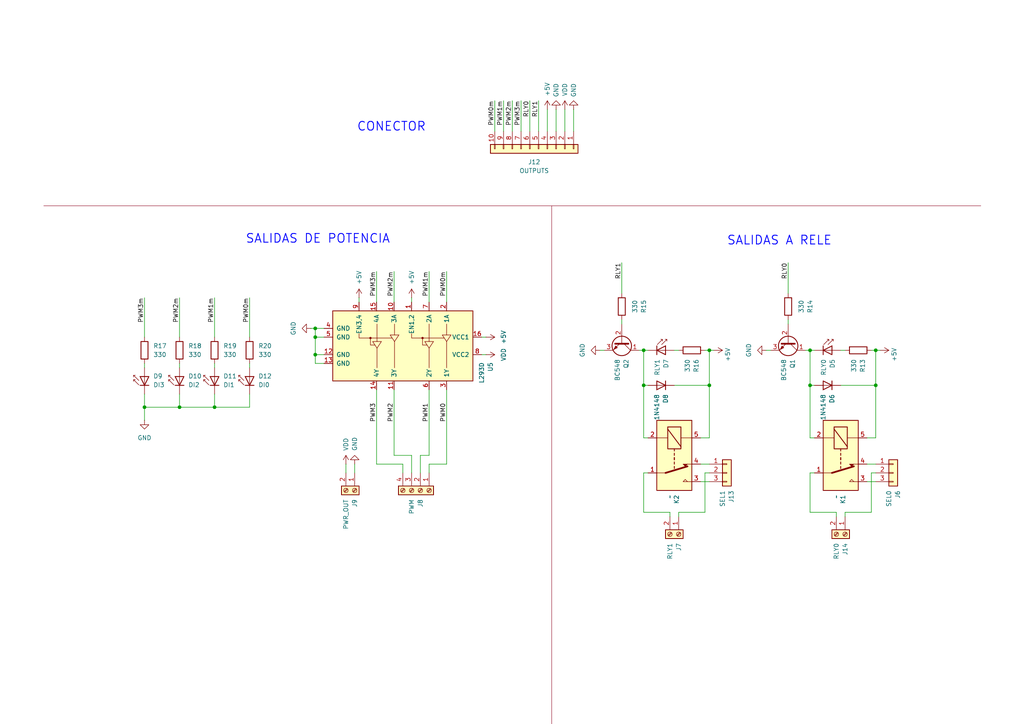
<source format=kicad_sch>
(kicad_sch (version 20250114) (generator "eeschema") (generator_version "9.0")
  (paper "A4")
  (lib_symbols
    (symbol "Codigo_lib:Relay"
      (property "Reference" "K" (at -1.016 -9.906 0))
      (symbol "Relay_0_0"
        (polyline (pts (xy 2.54 3.81) (xy 2.54 5.08)))
        (polyline (pts (xy 7.62 3.81) (xy 7.62 5.08)))
        (polyline (pts (xy 7.62 3.81) (xy 7.62 2.54) (xy 6.985 3.175) (xy 7.62 3.81)))
      )
      (symbol "Relay_0_1"
        (rectangle (start -10.16 5.08) (end 10.16 -5.08) (stroke (width 0.254)) (fill (type background)))
        (rectangle (start -8.255 1.905) (end -1.905 -1.905) (stroke (width 0.254)))
        (polyline (pts (xy -7.62 -1.905) (xy -2.54 1.905)) (stroke (width 0.254)))
        (polyline (pts (xy -5.08 5.08) (xy -5.08 1.905)))
        (polyline (pts (xy -5.08 -5.08) (xy -5.08 -1.905)))
        (polyline (pts (xy -1.905 0) (xy -1.27 0)) (stroke (width 0.254)))
        (polyline (pts (xy -0.635 0) (xy 0 0)) (stroke (width 0.254)))
        (polyline (pts (xy 0.635 0) (xy 1.27 0)) (stroke (width 0.254)))
        (polyline (pts (xy 0.635 0) (xy 1.27 0)) (stroke (width 0.254)))
        (polyline (pts (xy 1.905 0) (xy 2.54 0)) (stroke (width 0.254)))
        (polyline (pts (xy 2.54 2.54) (xy 2.54 3.81) (xy 2.54 2.54) (xy 2.54 2.54) (xy 3.175 3.175) (xy 2.54 3.81)) (fill (type outline)))
        (polyline (pts (xy 3.175 0) (xy 3.81 0)) (stroke (width 0.254)))
        (polyline (pts (xy 5.08 -2.54) (xy 3.175 3.81)) (stroke (width 0.508)))
        (polyline (pts (xy 5.08 -2.54) (xy 5.08 -5.08)))
      )
      (symbol "Relay_1_1"
        (pin passive line (at -5.08 7.62 270) (length 2.54) (name "~") (number "5"))
        (pin passive line (at -5.08 -7.62 90) (length 2.54) (name "~") (number "2"))
        (pin passive line (at 2.54 7.62 270) (length 2.54) (name "~") (number "4"))
        (pin passive line (at 5.08 -7.62 90) (length 2.54) (name "~") (number "1"))
        (pin passive line (at 7.62 7.62 270) (length 2.54) (name "~") (number "3"))
      )
    )
    (symbol "Connector:Screw_Terminal_01x02" (pin_names (offset 1.016) (hide yes))
      (property "Reference" "J" (at 0 2.54 0))
      (property "Value" "Screw_Terminal_01x02" (at 0 -5.08 0))
      (symbol "Screw_Terminal_01x02_1_1"
        (rectangle (start -1.27 1.27) (end 1.27 -3.81) (stroke (width 0.254)) (fill (type background)))
        (polyline (pts (xy -0.5334 0.3302) (xy 0.3302 -0.508)) (stroke (width 0.1524)))
        (polyline (pts (xy -0.5334 -2.2098) (xy 0.3302 -3.048)) (stroke (width 0.1524)))
        (polyline (pts (xy -0.3556 0.508) (xy 0.508 -0.3302)) (stroke (width 0.1524)))
        (polyline (pts (xy -0.3556 -2.032) (xy 0.508 -2.8702)) (stroke (width 0.1524)))
        (circle (center 0 0) (radius 0.635) (stroke (width 0.1524)))
        (circle (center 0 -2.54) (radius 0.635) (stroke (width 0.1524)))
        (pin passive line (at -5.08 0 0) (length 3.81) (name "Pin_1") (number "1"))
        (pin passive line (at -5.08 -2.54 0) (length 3.81) (name "Pin_2") (number "2"))
      )
    )
    (symbol "Connector:Screw_Terminal_01x04" (pin_names (offset 1.016) (hide yes))
      (property "Reference" "J" (at 0 5.08 0))
      (property "Value" "Screw_Terminal_01x04" (at 0 -7.62 0))
      (symbol "Screw_Terminal_01x04_1_1"
        (rectangle (start -1.27 3.81) (end 1.27 -6.35) (stroke (width 0.254)) (fill (type background)))
        (polyline (pts (xy -0.5334 2.8702) (xy 0.3302 2.032)) (stroke (width 0.1524)))
        (polyline (pts (xy -0.5334 0.3302) (xy 0.3302 -0.508)) (stroke (width 0.1524)))
        (polyline (pts (xy -0.5334 -2.2098) (xy 0.3302 -3.048)) (stroke (width 0.1524)))
        (polyline (pts (xy -0.5334 -4.7498) (xy 0.3302 -5.588)) (stroke (width 0.1524)))
        (polyline (pts (xy -0.3556 3.048) (xy 0.508 2.2098)) (stroke (width 0.1524)))
        (polyline (pts (xy -0.3556 0.508) (xy 0.508 -0.3302)) (stroke (width 0.1524)))
        (polyline (pts (xy -0.3556 -2.032) (xy 0.508 -2.8702)) (stroke (width 0.1524)))
        (polyline (pts (xy -0.3556 -4.572) (xy 0.508 -5.4102)) (stroke (width 0.1524)))
        (circle (center 0 2.54) (radius 0.635) (stroke (width 0.1524)))
        (circle (center 0 0) (radius 0.635) (stroke (width 0.1524)))
        (circle (center 0 -2.54) (radius 0.635) (stroke (width 0.1524)))
        (circle (center 0 -5.08) (radius 0.635) (stroke (width 0.1524)))
        (pin passive line (at -5.08 2.54 0) (length 3.81) (name "Pin_1") (number "1"))
        (pin passive line (at -5.08 0 0) (length 3.81) (name "Pin_2") (number "2"))
        (pin passive line (at -5.08 -2.54 0) (length 3.81) (name "Pin_3") (number "3"))
        (pin passive line (at -5.08 -5.08 0) (length 3.81) (name "Pin_4") (number "4"))
      )
    )
    (symbol "Connector_Generic:Conn_01x03" (pin_names (offset 1.016) (hide yes))
      (property "Reference" "J" (at 0 5.08 0))
      (property "Value" "Conn_01x03" (at 0 -5.08 0))
      (symbol "Conn_01x03_1_1"
        (rectangle (start -1.27 3.81) (end 1.27 -3.81) (stroke (width 0.254)) (fill (type background)))
        (rectangle (start -1.27 2.667) (end 0 2.413) (stroke (width 0.1524)))
        (rectangle (start -1.27 0.127) (end 0 -0.127) (stroke (width 0.1524)))
        (rectangle (start -1.27 -2.413) (end 0 -2.667) (stroke (width 0.1524)))
        (pin passive line (at -5.08 2.54 0) (length 3.81) (name "Pin_1") (number "1"))
        (pin passive line (at -5.08 0 0) (length 3.81) (name "Pin_2") (number "2"))
        (pin passive line (at -5.08 -2.54 0) (length 3.81) (name "Pin_3") (number "3"))
      )
    )
    (symbol "Connector_Generic:Conn_01x10" (pin_names (offset 1.016) (hide yes))
      (property "Reference" "J" (at 0 12.7 0))
      (property "Value" "Conn_01x10" (at 0 -15.24 0))
      (symbol "Conn_01x10_1_1"
        (rectangle (start -1.27 11.43) (end 1.27 -13.97) (stroke (width 0.254)) (fill (type background)))
        (rectangle (start -1.27 10.287) (end 0 10.033) (stroke (width 0.1524)))
        (rectangle (start -1.27 7.747) (end 0 7.493) (stroke (width 0.1524)))
        (rectangle (start -1.27 5.207) (end 0 4.953) (stroke (width 0.1524)))
        (rectangle (start -1.27 2.667) (end 0 2.413) (stroke (width 0.1524)))
        (rectangle (start -1.27 0.127) (end 0 -0.127) (stroke (width 0.1524)))
        (rectangle (start -1.27 -2.413) (end 0 -2.667) (stroke (width 0.1524)))
        (rectangle (start -1.27 -4.953) (end 0 -5.207) (stroke (width 0.1524)))
        (rectangle (start -1.27 -7.493) (end 0 -7.747) (stroke (width 0.1524)))
        (rectangle (start -1.27 -10.033) (end 0 -10.287) (stroke (width 0.1524)))
        (rectangle (start -1.27 -12.573) (end 0 -12.827) (stroke (width 0.1524)))
        (pin passive line (at -5.08 10.16 0) (length 3.81) (name "Pin_1") (number "1"))
        (pin passive line (at -5.08 7.62 0) (length 3.81) (name "Pin_2") (number "2"))
        (pin passive line (at -5.08 5.08 0) (length 3.81) (name "Pin_3") (number "3"))
        (pin passive line (at -5.08 2.54 0) (length 3.81) (name "Pin_4") (number "4"))
        (pin passive line (at -5.08 0 0) (length 3.81) (name "Pin_5") (number "5"))
        (pin passive line (at -5.08 -2.54 0) (length 3.81) (name "Pin_6") (number "6"))
        (pin passive line (at -5.08 -5.08 0) (length 3.81) (name "Pin_7") (number "7"))
        (pin passive line (at -5.08 -7.62 0) (length 3.81) (name "Pin_8") (number "8"))
        (pin passive line (at -5.08 -10.16 0) (length 3.81) (name "Pin_9") (number "9"))
        (pin passive line (at -5.08 -12.7 0) (length 3.81) (name "Pin_10") (number "10"))
      )
    )
    (symbol "Device:R" (pin_numbers (hide yes)) (pin_names (offset 0))
      (property "Reference" "R" (at 2.032 0 90))
      (property "Value" "R" (at 0 0 90))
      (symbol "R_0_1"
        (rectangle (start -1.016 -2.54) (end 1.016 2.54) (stroke (width 0.254)))
      )
      (symbol "R_1_1"
        (pin passive line (at 0 3.81 270) (length 1.27) (name "~") (number "1"))
        (pin passive line (at 0 -3.81 90) (length 1.27) (name "~") (number "2"))
      )
    )
    (symbol "Diode:1N4148" (pin_numbers (hide yes)) (pin_names (hide yes))
      (property "Reference" "D" (at 0 2.54 0))
      (property "Value" "1N4148" (at 0 -2.54 0))
      (symbol "1N4148_0_1"
        (polyline (pts (xy -1.27 1.27) (xy -1.27 -1.27)) (stroke (width 0.254)))
        (polyline (pts (xy 1.27 1.27) (xy 1.27 -1.27) (xy -1.27 0) (xy 1.27 1.27)) (stroke (width 0.254)))
        (polyline (pts (xy 1.27 0) (xy -1.27 0)))
      )
      (symbol "1N4148_1_1"
        (pin passive line (at -3.81 0 0) (length 2.54) (name "K") (number "1"))
        (pin passive line (at 3.81 0 180) (length 2.54) (name "A") (number "2"))
      )
    )
    (symbol "Driver_Motor:L293D" (pin_names (offset 1.016))
      (property "Reference" "U" (at -5.08 26.035 0))
      (property "Value" "L293D" (at -5.08 24.13 0))
      (symbol "L293D_0_1"
        (rectangle (start -10.16 22.86) (end 10.16 -17.78) (stroke (width 0.254)) (fill (type background)))
        (polyline (pts (xy -6.35 15.24) (xy -3.175 15.24)))
        (polyline (pts (xy -6.35 10.16) (xy -1.27 10.16)))
        (polyline (pts (xy -6.35 0.127) (xy -3.175 0.127)))
        (polyline (pts (xy -6.35 -4.953) (xy -1.27 -4.953)))
        (polyline (pts (xy -3.175 16.51) (xy -3.175 13.97) (xy -1.27 15.24) (xy -3.175 16.51)))
        (polyline (pts (xy -3.175 1.397) (xy -3.175 -1.143) (xy -1.27 0.127) (xy -3.175 1.397)))
        (polyline (pts (xy -2.286 14.478) (xy -2.286 5.08) (xy -3.556 5.08)))
        (circle (center -2.286 8.255) (radius 0.254) (fill (type outline)))
        (polyline (pts (xy -2.286 8.255) (xy -0.254 8.255) (xy -0.254 9.525)))
        (polyline (pts (xy -2.286 -0.635) (xy -2.286 -10.16) (xy -3.556 -10.16)))
        (circle (center -2.286 -6.858) (radius 0.254) (fill (type outline)))
        (polyline (pts (xy -2.286 -6.858) (xy -0.254 -6.858) (xy -0.254 -5.588)))
        (polyline (pts (xy -1.27 15.24) (xy 6.35 15.24)))
        (polyline (pts (xy -1.27 11.43) (xy -1.27 8.89) (xy 0.635 10.16) (xy -1.27 11.43)))
        (polyline (pts (xy -1.27 0.127) (xy 6.35 0.127)))
        (polyline (pts (xy -1.27 -3.683) (xy -1.27 -6.223) (xy 0.635 -4.953) (xy -1.27 -3.683)))
        (polyline (pts (xy 0.635 10.16) (xy 6.35 10.16)))
        (polyline (pts (xy 0.635 -4.953) (xy 6.35 -4.953)))
      )
      (symbol "L293D_1_1"
        (pin input line (at -12.7 15.24 0) (length 2.54) (name "1A") (number "2"))
        (pin input line (at -12.7 10.16 0) (length 2.54) (name "2A") (number "7"))
        (pin input line (at -12.7 5.08 0) (length 2.54) (name "EN1,2") (number "1"))
        (pin input line (at -12.7 0 0) (length 2.54) (name "3A") (number "10"))
        (pin input line (at -12.7 -5.08 0) (length 2.54) (name "4A") (number "15"))
        (pin input line (at -12.7 -10.16 0) (length 2.54) (name "EN3,4") (number "9"))
        (pin power_in line (at -5.08 -20.32 90) (length 2.54) (name "GND") (number "4"))
        (pin power_in line (at -2.54 25.4 270) (length 2.54) (name "VCC1") (number "16"))
        (pin power_in line (at -2.54 -20.32 90) (length 2.54) (name "GND") (number "5"))
        (pin power_in line (at 2.54 25.4 270) (length 2.54) (name "VCC2") (number "8"))
        (pin power_in line (at 2.54 -20.32 90) (length 2.54) (name "GND") (number "12"))
        (pin power_in line (at 5.08 -20.32 90) (length 2.54) (name "GND") (number "13"))
        (pin output line (at 12.7 15.24 180) (length 2.54) (name "1Y") (number "3"))
        (pin output line (at 12.7 10.16 180) (length 2.54) (name "2Y") (number "6"))
        (pin output line (at 12.7 0 180) (length 2.54) (name "3Y") (number "11"))
        (pin output line (at 12.7 -5.08 180) (length 2.54) (name "4Y") (number "14"))
      )
    )
    (symbol "LED:IR204A" (pin_numbers (hide yes)) (pin_names (offset 1.016) (hide yes))
      (property "Reference" "D" (at 0.508 1.778 0))
      (property "Value" "IR204A" (at -1.016 -2.794 0))
      (symbol "IR204A_0_1"
        (polyline (pts (xy -2.54 1.27) (xy -2.54 -1.27)) (stroke (width 0.254)))
        (polyline (pts (xy -2.413 1.651) (xy -0.889 3.175) (xy -0.889 2.667) (xy -0.889 3.175) (xy -1.397 3.175)))
        (polyline (pts (xy -1.143 1.651) (xy 0.381 3.175) (xy 0.381 2.667)))
        (polyline (pts (xy 0 1.27) (xy -2.54 0) (xy 0 -1.27) (xy 0 1.27)) (stroke (width 0.254)))
        (polyline (pts (xy 0 0) (xy -2.54 0)))
        (polyline (pts (xy 0.381 3.175) (xy -0.127 3.175)))
      )
      (symbol "IR204A_1_1"
        (pin passive line (at -5.08 0 0) (length 2.54) (name "K") (number "1"))
        (pin passive line (at 2.54 0 180) (length 2.54) (name "A") (number "2"))
      )
    )
    (symbol "Transistor_BJT:BC548" (pin_names (offset 0) (hide yes))
      (property "Reference" "Q" (at 5.08 1.905 0))
      (property "Value" "BC548" (at 5.08 0 0))
      (symbol "BC548_0_1"
        (polyline (pts (xy 0 0) (xy 0.635 0)))
        (polyline (pts (xy 0.635 1.905) (xy 0.635 -1.905) (xy 0.635 -1.905)) (stroke (width 0.508)))
        (polyline (pts (xy 0.635 0.635) (xy 2.54 2.54)))
        (polyline (pts (xy 0.635 -0.635) (xy 2.54 -2.54) (xy 2.54 -2.54)))
        (circle (center 1.27 0) (radius 2.8194) (stroke (width 0.254)))
        (polyline (pts (xy 1.27 -1.778) (xy 1.778 -1.27) (xy 2.286 -2.286) (xy 1.27 -1.778) (xy 1.27 -1.778)) (fill (type outline)))
      )
      (symbol "BC548_1_1"
        (pin input line (at -5.08 0 0) (length 5.08) (name "B") (number "2"))
        (pin passive line (at 2.54 5.08 270) (length 2.54) (name "C") (number "1"))
        (pin passive line (at 2.54 -5.08 90) (length 2.54) (name "E") (number "3"))
      )
    )
    (symbol "power:+5V" (power) (pin_numbers (hide yes)) (pin_names (offset 0) (hide yes))
      (property "Value" "+5V" (at 0 3.556 0))
      (symbol "+5V_0_1"
        (polyline (pts (xy -0.762 1.27) (xy 0 2.54)))
        (polyline (pts (xy 0 2.54) (xy 0.762 1.27)))
        (polyline (pts (xy 0 0) (xy 0 2.54)))
      )
      (symbol "+5V_1_1"
        (pin power_in line (at 0 0 90) (length 0) (name "~") (number "1"))
      )
    )
    (symbol "power:GND" (power) (pin_numbers (hide yes)) (pin_names (offset 0) (hide yes))
      (property "Value" "GND" (at 0 -3.81 0))
      (symbol "GND_0_1"
        (polyline (pts (xy 0 0) (xy 0 -1.27) (xy 1.27 -1.27) (xy 0 -2.54) (xy -1.27 -1.27) (xy 0 -1.27)))
      )
      (symbol "GND_1_1"
        (pin power_in line (at 0 0 270) (length 0) (name "~") (number "1"))
      )
    )
    (symbol "power:VDD" (power) (pin_numbers (hide yes)) (pin_names (offset 0) (hide yes))
      (property "Value" "VDD" (at 0 3.556 0))
      (symbol "VDD_0_1"
        (polyline (pts (xy -0.762 1.27) (xy 0 2.54)))
        (polyline (pts (xy 0 2.54) (xy 0.762 1.27)))
        (polyline (pts (xy 0 0) (xy 0 2.54)))
      )
      (symbol "VDD_1_1"
        (pin power_in line (at 0 0 90) (length 0) (name "~") (number "1"))
      )
    )
  )
  (text "SALIDAS DE POTENCIA" (at 92.202 69.342 0) (effects (font (size 2.54 2.54) (thickness 0.254) (bold yes))))
  (text "SALIDAS A RELE" (at 226.06 69.85 0) (effects (font (size 2.54 2.54) (thickness 0.254) (bold yes))))
  (text "CONECTOR" (at 113.538 36.83 0) (effects (font (size 2.54 2.54) (thickness 0.254) (bold yes))))
  (junction (at 205.74 101.6))
  (junction (at 234.95 111.76))
  (junction (at 52.07 118.11))
  (junction (at 186.69 101.6))
  (junction (at 205.74 111.76))
  (junction (at 254 111.76))
  (junction (at 254 101.6))
  (junction (at 91.44 102.87))
  (junction (at 41.91 118.11))
  (junction (at 234.95 101.6))
  (junction (at 91.44 97.79))
  (junction (at 62.23 118.11))
  (junction (at 91.44 95.25))
  (junction (at 186.69 111.76))
  (wire (pts (xy 254 139.7) (xy 251.46 139.7)))
  (wire (pts (xy 236.22 101.6) (xy 234.95 101.6)))
  (wire (pts (xy 140.97 97.79) (xy 139.7 97.79)))
  (wire (pts (xy 72.39 114.3) (xy 72.39 118.11)))
  (wire (pts (xy 93.98 97.79) (xy 91.44 97.79)))
  (wire (pts (xy 104.14 86.36) (xy 104.14 87.63)))
  (wire (pts (xy 187.96 111.76) (xy 186.69 111.76)))
  (wire (pts (xy 116.84 134.62) (xy 116.84 137.16)))
  (wire (pts (xy 205.74 111.76) (xy 205.74 127)))
  (wire (pts (xy 180.34 92.71) (xy 180.34 93.98)))
  (wire (pts (xy 119.38 86.36) (xy 119.38 87.63)))
  (wire (pts (xy 254 137.16) (xy 252.73 137.16)))
  (wire (pts (xy 91.44 95.25) (xy 93.98 95.25)))
  (wire (pts (xy 140.97 102.87) (xy 139.7 102.87)))
  (wire (pts (xy 186.69 101.6) (xy 185.42 101.6)))
  (wire (pts (xy 100.33 134.62) (xy 100.33 137.16)))
  (wire (pts (xy 254 111.76) (xy 254 127)))
  (wire (pts (xy 204.47 137.16) (xy 204.47 148.59)))
  (wire (pts (xy 205.74 137.16) (xy 204.47 137.16)))
  (wire (pts (xy 205.74 139.7) (xy 203.2 139.7)))
  (wire (pts (xy 148.59 38.1) (xy 148.59 29.21)))
  (wire (pts (xy 205.74 101.6) (xy 204.47 101.6)))
  (wire (pts (xy 72.39 105.41) (xy 72.39 106.68)))
  (wire (pts (xy 156.21 38.1) (xy 156.21 29.21)))
  (wire (pts (xy 119.38 132.08) (xy 114.3 132.08)))
  (wire (pts (xy 245.11 101.6) (xy 243.84 101.6)))
  (polyline (pts (xy 284.48 59.69) (xy 12.7 59.69)) (stroke (width 0) (color 163 50 72 1)))
  (wire (pts (xy 161.29 38.1) (xy 161.29 31.75)))
  (wire (pts (xy 251.46 127) (xy 254 127)))
  (wire (pts (xy 194.31 148.59) (xy 186.69 148.59)))
  (wire (pts (xy 124.46 132.08) (xy 121.92 132.08)))
  (wire (pts (xy 52.07 105.41) (xy 52.07 106.68)))
  (wire (pts (xy 91.44 97.79) (xy 91.44 102.87)))
  (wire (pts (xy 243.84 111.76) (xy 254 111.76)))
  (wire (pts (xy 254 134.62) (xy 251.46 134.62)))
  (wire (pts (xy 252.73 148.59) (xy 252.73 137.16)))
  (wire (pts (xy 205.74 111.76) (xy 205.74 101.6)))
  (wire (pts (xy 91.44 102.87) (xy 91.44 105.41)))
  (wire (pts (xy 91.44 95.25) (xy 91.44 97.79)))
  (wire (pts (xy 41.91 86.36) (xy 41.91 97.79)))
  (wire (pts (xy 234.95 127) (xy 236.22 127)))
  (wire (pts (xy 121.92 132.08) (xy 121.92 137.16)))
  (wire (pts (xy 93.98 102.87) (xy 91.44 102.87)))
  (wire (pts (xy 204.47 148.59) (xy 196.85 148.59)))
  (wire (pts (xy 124.46 113.03) (xy 124.46 132.08)))
  (wire (pts (xy 72.39 86.36) (xy 72.39 97.79)))
  (wire (pts (xy 207.01 101.6) (xy 205.74 101.6)))
  (wire (pts (xy 114.3 78.74) (xy 114.3 87.63)))
  (wire (pts (xy 228.6 76.2) (xy 228.6 85.09)))
  (wire (pts (xy 196.85 148.59) (xy 196.85 149.86)))
  (wire (pts (xy 186.69 148.59) (xy 186.69 137.16)))
  (wire (pts (xy 124.46 78.74) (xy 124.46 87.63)))
  (wire (pts (xy 129.54 113.03) (xy 129.54 134.62)))
  (wire (pts (xy 254 111.76) (xy 254 101.6)))
  (wire (pts (xy 186.69 127) (xy 186.69 111.76)))
  (wire (pts (xy 245.11 149.86) (xy 245.11 148.59)))
  (polyline (pts (xy 160.02 59.69) (xy 160.02 212.09)) (stroke (width 0) (color 163 50 72 1)))
  (wire (pts (xy 228.6 92.71) (xy 228.6 93.98)))
  (wire (pts (xy 175.26 101.6) (xy 173.99 101.6)))
  (wire (pts (xy 242.57 148.59) (xy 242.57 149.86)))
  (wire (pts (xy 41.91 118.11) (xy 52.07 118.11)))
  (wire (pts (xy 205.74 134.62) (xy 203.2 134.62)))
  (wire (pts (xy 194.31 149.86) (xy 194.31 148.59)))
  (wire (pts (xy 186.69 101.6) (xy 186.69 111.76)))
  (wire (pts (xy 234.95 148.59) (xy 234.95 137.16)))
  (wire (pts (xy 62.23 105.41) (xy 62.23 106.68)))
  (wire (pts (xy 62.23 118.11) (xy 72.39 118.11)))
  (wire (pts (xy 254 101.6) (xy 252.73 101.6)))
  (wire (pts (xy 109.22 134.62) (xy 116.84 134.62)))
  (wire (pts (xy 41.91 105.41) (xy 41.91 106.68)))
  (wire (pts (xy 223.52 101.6) (xy 222.25 101.6)))
  (wire (pts (xy 41.91 118.11) (xy 41.91 121.92)))
  (wire (pts (xy 187.96 137.16) (xy 186.69 137.16)))
  (wire (pts (xy 52.07 86.36) (xy 52.07 97.79)))
  (wire (pts (xy 236.22 111.76) (xy 234.95 111.76)))
  (wire (pts (xy 187.96 127) (xy 186.69 127)))
  (wire (pts (xy 114.3 113.03) (xy 114.3 132.08)))
  (wire (pts (xy 143.51 38.1) (xy 143.51 29.21)))
  (wire (pts (xy 245.11 148.59) (xy 252.73 148.59)))
  (wire (pts (xy 180.34 76.2) (xy 180.34 85.09)))
  (wire (pts (xy 41.91 114.3) (xy 41.91 118.11)))
  (wire (pts (xy 166.37 38.1) (xy 166.37 31.75)))
  (wire (pts (xy 151.13 38.1) (xy 151.13 29.21)))
  (wire (pts (xy 62.23 114.3) (xy 62.23 118.11)))
  (wire (pts (xy 109.22 78.74) (xy 109.22 87.63)))
  (wire (pts (xy 195.58 111.76) (xy 205.74 111.76)))
  (wire (pts (xy 187.96 101.6) (xy 186.69 101.6)))
  (wire (pts (xy 119.38 137.16) (xy 119.38 132.08)))
  (wire (pts (xy 153.67 38.1) (xy 153.67 29.21)))
  (wire (pts (xy 146.05 38.1) (xy 146.05 29.21)))
  (wire (pts (xy 62.23 86.36) (xy 62.23 97.79)))
  (wire (pts (xy 129.54 78.74) (xy 129.54 87.63)))
  (wire (pts (xy 109.22 113.03) (xy 109.22 134.62)))
  (wire (pts (xy 124.46 134.62) (xy 129.54 134.62)))
  (wire (pts (xy 124.46 137.16) (xy 124.46 134.62)))
  (wire (pts (xy 163.83 38.1) (xy 163.83 31.75)))
  (wire (pts (xy 52.07 118.11) (xy 62.23 118.11)))
  (wire (pts (xy 242.57 148.59) (xy 234.95 148.59)))
  (wire (pts (xy 93.98 105.41) (xy 91.44 105.41)))
  (wire (pts (xy 158.75 38.1) (xy 158.75 31.75)))
  (wire (pts (xy 102.87 134.62) (xy 102.87 137.16)))
  (wire (pts (xy 234.95 101.6) (xy 234.95 111.76)))
  (wire (pts (xy 203.2 127) (xy 205.74 127)))
  (wire (pts (xy 234.95 111.76) (xy 234.95 127)))
  (wire (pts (xy 196.85 101.6) (xy 195.58 101.6)))
  (wire (pts (xy 233.68 101.6) (xy 234.95 101.6)))
  (wire (pts (xy 255.27 101.6) (xy 254 101.6)))
  (wire (pts (xy 90.17 95.25) (xy 91.44 95.25)))
  (wire (pts (xy 52.07 114.3) (xy 52.07 118.11)))
  (wire (pts (xy 236.22 137.16) (xy 234.95 137.16)))
  (label "PWM2m" (at 114.3 78.74 270))
  (label "RLY1" (at 156.21 29.21 270))
  (label "PWM1" (at 124.46 116.84 270))
  (label "PWM1m" (at 146.05 29.21 270))
  (label "PWM2m" (at 52.07 86.36 270))
  (label "RLY0" (at 153.67 29.21 270))
  (label "PWM0m" (at 129.54 78.74 270))
  (label "PWM0m" (at 143.51 29.21 270))
  (label "PWM3m" (at 109.22 78.74 270))
  (label "PWM3m" (at 41.91 86.36 270))
  (label "PWM2" (at 114.3 116.84 270))
  (label "PWM0m" (at 72.39 86.36 270))
  (label "PWM2m" (at 148.59 29.21 270))
  (label "PWM1m" (at 62.23 86.36 270))
  (label "RLY0" (at 228.6 76.2 270))
  (label "PWM0" (at 129.54 116.84 270))
  (label "PWM1m" (at 124.46 78.74 270))
  (label "PWM3m" (at 151.13 29.21 270))
  (label "RLY1" (at 180.34 76.2 270))
  (label "PWM3" (at 109.22 116.84 270))
  (symbol (lib_id "power:+5V") (at 119.38 86.36 0) (unit 1)
    (property "Reference" "#PWR034" (effects (hide yes)))
    (property "Value" "+5V" (at 119.3801 82.55 90) (effects (justify left)))
    (property "Description" "Power symbol creates a global label with name \"+5V\"" (effects (hide yes)))
  )
  (symbol (lib_id "Connector:Screw_Terminal_01x02") (at 196.85 154.94 270) (unit 1)
    (property "Reference" "J7" (at 196.8501 157.48 0) (effects (justify left)))
    (property "Value" "RLY1" (at 194.3101 157.48 0) (effects (justify left)))
    (property "Footprint" "Borneras:TerminalBlock_Altech_AK300-2_P5.00mm" (effects (hide yes)))
    (property "Description" "Generic screw terminal, single row, 01x02, script generated (kicad-library-utils/schlib/autogen/connector/)" (effects (hide yes)))
  )
  (symbol (lib_id "LED:IR204A") (at 241.3 101.6 0) (unit 1)
    (property "Reference" "D5" (at 241.4271 104.14 90) (effects (justify right)))
    (property "Value" "RLY0" (at 238.8871 104.14 90) (effects (justify right)))
    (property "Footprint" "LED_THT:LED_D3.0mm_IRBlack" (effects (hide yes)))
    (property "Datasheet" "http://www.everlight.com/file/ProductFile/IR204-A.pdf" (effects (hide yes)))
    (property "Description" "Infrared LED , 3mm LED package" (effects (hide yes)))
  )
  (symbol (lib_id "power:GND") (at 173.99 101.6 270) (unit 1)
    (property "Reference" "#PWR033" (effects (hide yes)))
    (property "Value" "GND" (at 168.91 101.6 0))
    (property "Description" "Power symbol creates a global label with name \"GND\" , ground" (effects (hide yes)))
  )
  (symbol (lib_id "Transistor_BJT:BC548") (at 180.34 99.06 270) (unit 1)
    (property "Reference" "Q2" (at 181.6101 104.14 0) (effects (justify left)))
    (property "Value" "BC548" (at 179.0701 104.14 0) (effects (justify left)))
    (property "Footprint" "Package_TO_SOT_THT:TO-92L_Inline_Wide" (effects (hide yes)))
    (property "Datasheet" "https://www.onsemi.com/pub/Collateral/BC550-D.pdf" (effects (hide yes)))
    (property "Description" "0.1A Ic, 30V Vce, Small Signal NPN Transistor, TO-92" (effects (hide yes)))
  )
  (symbol (lib_id "Device:R") (at 72.39 101.6 180) (unit 1)
    (property "Reference" "R20" (at 74.93 100.3299 0) (effects (justify right)))
    (property "Value" "330" (at 74.93 102.8699 0) (effects (justify right)))
    (property "Footprint" "Resistor_THT:R_Axial_DIN0207_L6.3mm_D2.5mm_P7.62mm_Horizontal" (effects (hide yes)))
    (property "Description" "Resistor" (effects (hide yes)))
  )
  (symbol (lib_id "power:VDD") (at 140.97 102.87 270) (unit 1)
    (property "Reference" "#PWR037" (effects (hide yes)))
    (property "Value" "VDD" (at 146.05 102.87 0))
    (property "Description" "Power symbol creates a global label with name \"VDD\"" (effects (hide yes)))
  )
  (symbol (lib_id "Codigo_lib:Relay") (at 195.58 132.08 270) (unit 1)
    (property "Reference" "K2" (at 196.2151 143.51 0) (effects (justify left)))
    (property "Value" "~" (at 194.31 143.51 0) (effects (justify left)))
    (property "Footprint" "Codigo_lib:Relay" (effects (hide yes)))
  )
  (symbol (lib_id "Connector:Screw_Terminal_01x02") (at 102.87 142.24 270) (unit 1)
    (property "Reference" "J9" (at 102.8701 144.78 0) (effects (justify left)))
    (property "Value" "PWR_OUT" (at 100.3301 144.78 0) (effects (justify left)))
    (property "Footprint" "Borneras:TerminalBlock_Altech_AK300-2_P5.00mm" (effects (hide yes)))
    (property "Description" "Generic screw terminal, single row, 01x02, script generated (kicad-library-utils/schlib/autogen/connector/)" (effects (hide yes)))
  )
  (symbol (lib_id "power:VDD") (at 163.83 31.75 0) (mirror y) (unit 1)
    (property "Reference" "#PWR03" (effects (hide yes)))
    (property "Value" "VDD" (at 163.8301 27.94 90) (effects (justify left)))
    (property "Description" "Power symbol creates a global label with name \"VDD\"" (effects (hide yes)))
  )
  (symbol (lib_id "power:+5V") (at 104.14 86.36 0) (unit 1)
    (property "Reference" "#PWR035" (effects (hide yes)))
    (property "Value" "+5V" (at 104.1401 82.55 90) (effects (justify left)))
    (property "Description" "Power symbol creates a global label with name \"+5V\"" (effects (hide yes)))
  )
  (symbol (lib_id "Connector_Generic:Conn_01x03") (at 259.08 137.16 0) (unit 1)
    (property "Reference" "J6" (at 260.3501 142.24 90) (effects (justify right)))
    (property "Value" "SEL0" (at 257.8101 142.24 90) (effects (justify right)))
    (property "Footprint" "Connector_PinHeader_2.54mm:PinHeader_1x03_P2.54mm_Vertical" (effects (hide yes)))
    (property "Description" "Generic connector, single row, 01x03, script generated (kicad-library-utils/schlib/autogen/connector/)" (effects (hide yes)))
  )
  (symbol (lib_id "Driver_Motor:L293D") (at 114.3 100.33 270) (unit 1)
    (property "Reference" "U5" (at 142.24 105.0641 0) (effects (justify left)))
    (property "Value" "L293D" (at 139.7 105.0641 0) (effects (justify left)))
    (property "Footprint" "Package_DIP:DIP-16_W7.62mm_LongPads" (effects (hide yes)))
    (property "Datasheet" "http://www.ti.com/lit/ds/symlink/l293.pdf" (effects (hide yes)))
    (property "Description" "Quadruple Half-H Drivers" (effects (hide yes)))
  )
  (symbol (lib_id "power:+5V") (at 255.27 101.6 270) (unit 1)
    (property "Reference" "#PWR030" (effects (hide yes)))
    (property "Value" "+5V" (at 259.334 102.87 0))
    (property "Description" "Power symbol creates a global label with name \"+5V\"" (effects (hide yes)))
  )
  (symbol (lib_id "Codigo_lib:Relay") (at 243.84 132.08 270) (unit 1)
    (property "Reference" "K1" (at 244.4751 143.51 0) (effects (justify left)))
    (property "Value" "~" (at 242.57 143.51 0) (effects (justify left)))
    (property "Footprint" "Codigo_lib:Relay" (effects (hide yes)))
  )
  (symbol (lib_id "power:GND") (at 90.17 95.25 270) (unit 1)
    (property "Reference" "#PWR036" (effects (hide yes)))
    (property "Value" "GND" (at 85.09 95.25 0))
    (property "Description" "Power symbol creates a global label with name \"GND\" , ground" (effects (hide yes)))
  )
  (symbol (lib_id "Connector_Generic:Conn_01x03") (at 210.82 137.16 0) (unit 1)
    (property "Reference" "J13" (at 212.0901 142.24 90) (effects (justify right)))
    (property "Value" "SEL1" (at 209.5501 142.24 90) (effects (justify right)))
    (property "Footprint" "Connector_PinHeader_2.54mm:PinHeader_1x03_P2.54mm_Vertical" (effects (hide yes)))
    (property "Description" "Generic connector, single row, 01x03, script generated (kicad-library-utils/schlib/autogen/connector/)" (effects (hide yes)))
  )
  (symbol (lib_id "power:GND") (at 222.25 101.6 270) (unit 1)
    (property "Reference" "#PWR031" (effects (hide yes)))
    (property "Value" "GND" (at 217.17 101.6 0))
    (property "Description" "Power symbol creates a global label with name \"GND\" , ground" (effects (hide yes)))
  )
  (symbol (lib_id "power:GND") (at 41.91 121.92 0) (unit 1)
    (property "Reference" "#PWR041" (effects (hide yes)))
    (property "Value" "GND" (at 41.91 127 0))
    (property "Description" "Power symbol creates a global label with name \"GND\" , ground" (effects (hide yes)))
  )
  (symbol (lib_id "LED:IR204A") (at 62.23 109.22 90) (unit 1)
    (property "Reference" "D11" (at 64.77 109.0929 90) (effects (justify right)))
    (property "Value" "DI1" (at 64.77 111.6329 90) (effects (justify right)))
    (property "Footprint" "LED_THT:LED_D3.0mm_IRBlack" (effects (hide yes)))
    (property "Datasheet" "http://www.everlight.com/file/ProductFile/IR204-A.pdf" (effects (hide yes)))
    (property "Description" "Infrared LED , 3mm LED package" (effects (hide yes)))
  )
  (symbol (lib_id "Device:R") (at 228.6 88.9 180) (unit 1)
    (property "Reference" "R14" (at 234.95 88.9 90))
    (property "Value" "330" (at 232.41 88.9 90))
    (property "Footprint" "Resistor_THT:R_Axial_DIN0207_L6.3mm_D2.5mm_P7.62mm_Horizontal" (effects (hide yes)))
    (property "Description" "Resistor" (effects (hide yes)))
  )
  (symbol (lib_id "LED:IR204A") (at 41.91 109.22 90) (unit 1)
    (property "Reference" "D9" (at 44.45 109.0929 90) (effects (justify right)))
    (property "Value" "DI3" (at 44.45 111.6329 90) (effects (justify right)))
    (property "Footprint" "LED_THT:LED_D3.0mm_IRBlack" (effects (hide yes)))
    (property "Datasheet" "http://www.everlight.com/file/ProductFile/IR204-A.pdf" (effects (hide yes)))
    (property "Description" "Infrared LED , 3mm LED package" (effects (hide yes)))
  )
  (symbol (lib_id "power:GND") (at 166.37 31.75 0) (mirror x) (unit 1)
    (property "Reference" "#PWR04" (effects (hide yes)))
    (property "Value" "GND" (at 166.37 26.162 90))
    (property "Description" "Power symbol creates a global label with name \"GND\" , ground" (effects (hide yes)))
  )
  (symbol (lib_id "power:+5V") (at 158.75 31.75 0) (mirror y) (unit 1)
    (property "Reference" "#PWR01" (effects (hide yes)))
    (property "Value" "+5V" (at 158.7501 27.94 90) (effects (justify left)))
    (property "Description" "Power symbol creates a global label with name \"+5V\"" (effects (hide yes)))
  )
  (symbol (lib_id "Device:R") (at 248.92 101.6 90) (unit 1)
    (property "Reference" "R13" (at 250.1901 104.14 0) (effects (justify right)))
    (property "Value" "330" (at 247.6501 104.14 0) (effects (justify right)))
    (property "Footprint" "Resistor_THT:R_Axial_DIN0207_L6.3mm_D2.5mm_P7.62mm_Horizontal" (effects (hide yes)))
    (property "Description" "Resistor" (effects (hide yes)))
  )
  (symbol (lib_id "LED:IR204A") (at 72.39 109.22 90) (unit 1)
    (property "Reference" "D12" (at 74.93 109.0929 90) (effects (justify right)))
    (property "Value" "DI0" (at 74.93 111.6329 90) (effects (justify right)))
    (property "Footprint" "LED_THT:LED_D3.0mm_IRBlack" (effects (hide yes)))
    (property "Datasheet" "http://www.everlight.com/file/ProductFile/IR204-A.pdf" (effects (hide yes)))
    (property "Description" "Infrared LED , 3mm LED package" (effects (hide yes)))
  )
  (symbol (lib_id "Device:R") (at 200.66 101.6 90) (unit 1)
    (property "Reference" "R16" (at 201.9301 104.14 0) (effects (justify right)))
    (property "Value" "330" (at 199.3901 104.14 0) (effects (justify right)))
    (property "Footprint" "Resistor_THT:R_Axial_DIN0207_L6.3mm_D2.5mm_P7.62mm_Horizontal" (effects (hide yes)))
    (property "Description" "Resistor" (effects (hide yes)))
  )
  (symbol (lib_id "Connector:Screw_Terminal_01x04") (at 121.92 142.24 270) (unit 1)
    (property "Reference" "J8" (at 121.9201 144.78 0) (effects (justify left)))
    (property "Value" "PWM" (at 119.3801 144.78 0) (effects (justify left)))
    (property "Footprint" "Borneras:TerminalBlock_Altech_AK300-4_P5.00mm" (effects (hide yes)))
    (property "Description" "Generic screw terminal, single row, 01x04, script generated (kicad-library-utils/schlib/autogen/connector/)" (effects (hide yes)))
  )
  (symbol (lib_id "power:GND") (at 161.29 31.75 0) (mirror x) (unit 1)
    (property "Reference" "#PWR02" (effects (hide yes)))
    (property "Value" "GND" (at 161.29 26.162 90))
    (property "Description" "Power symbol creates a global label with name \"GND\" , ground" (effects (hide yes)))
  )
  (symbol (lib_id "Connector:Screw_Terminal_01x02") (at 245.11 154.94 270) (unit 1)
    (property "Reference" "J14" (at 245.1101 157.48 0) (effects (justify left)))
    (property "Value" "RLY0" (at 242.5701 157.48 0) (effects (justify left)))
    (property "Footprint" "Borneras:TerminalBlock_Altech_AK300-2_P5.00mm" (effects (hide yes)))
    (property "Description" "Generic screw terminal, single row, 01x02, script generated (kicad-library-utils/schlib/autogen/connector/)" (effects (hide yes)))
  )
  (symbol (lib_id "Transistor_BJT:BC548") (at 228.6 99.06 270) (unit 1)
    (property "Reference" "Q1" (at 229.8701 104.14 0) (effects (justify left)))
    (property "Value" "BC548" (at 227.3301 104.14 0) (effects (justify left)))
    (property "Footprint" "Package_TO_SOT_THT:TO-92L_Inline_Wide" (effects (hide yes)))
    (property "Datasheet" "https://www.onsemi.com/pub/Collateral/BC550-D.pdf" (effects (hide yes)))
    (property "Description" "0.1A Ic, 30V Vce, Small Signal NPN Transistor, TO-92" (effects (hide yes)))
  )
  (symbol (lib_id "Device:R") (at 62.23 101.6 180) (unit 1)
    (property "Reference" "R19" (at 64.77 100.3299 0) (effects (justify right)))
    (property "Value" "330" (at 64.77 102.87 0) (effects (justify right)))
    (property "Footprint" "Resistor_THT:R_Axial_DIN0207_L6.3mm_D2.5mm_P7.62mm_Horizontal" (effects (hide yes)))
    (property "Description" "Resistor" (effects (hide yes)))
  )
  (symbol (lib_id "power:+5V") (at 140.97 97.79 270) (unit 1)
    (property "Reference" "#PWR038" (effects (hide yes)))
    (property "Value" "+5V" (at 146.05 97.79 0))
    (property "Description" "Power symbol creates a global label with name \"+5V\"" (effects (hide yes)))
  )
  (symbol (lib_id "LED:IR204A") (at 52.07 109.22 90) (unit 1)
    (property "Reference" "D10" (at 54.61 109.0929 90) (effects (justify right)))
    (property "Value" "DI2" (at 54.61 111.6329 90) (effects (justify right)))
    (property "Footprint" "LED_THT:LED_D3.0mm_IRBlack" (effects (hide yes)))
    (property "Datasheet" "http://www.everlight.com/file/ProductFile/IR204-A.pdf" (effects (hide yes)))
    (property "Description" "Infrared LED , 3mm LED package" (effects (hide yes)))
  )
  (symbol (lib_id "power:GND") (at 102.87 134.62 180) (unit 1)
    (property "Reference" "#PWR040" (effects (hide yes)))
    (property "Value" "GND" (at 102.8701 130.81 90) (effects (justify right)))
    (property "Description" "Power symbol creates a global label with name \"GND\" , ground" (effects (hide yes)))
  )
  (symbol (lib_id "Diode:1N4148") (at 191.77 111.76 180) (unit 1)
    (property "Reference" "D8" (at 193.0401 114.3 90) (effects (justify left)))
    (property "Value" "1N4148" (at 190.5001 114.3 90) (effects (justify left)))
    (property "Footprint" "Diode_THT:D_DO-35_SOD27_P7.62mm_Horizontal" (effects (hide yes)))
    (property "Datasheet" "https://assets.nexperia.com/documents/data-sheet/1N4148_1N4448.pdf" (effects (hide yes)))
    (property "Description" "100V 0.15A standard switching diode, DO-35" (effects (hide yes)))
    (property "Sim.Device" "D" (effects (hide yes)))
    (property "Sim.Pins" "1=K 2=A" (effects (hide yes)))
  )
  (symbol (lib_id "LED:IR204A") (at 193.04 101.6 0) (unit 1)
    (property "Reference" "D7" (at 193.1671 104.14 90) (effects (justify right)))
    (property "Value" "RLY1" (at 190.6271 104.14 90) (effects (justify right)))
    (property "Footprint" "LED_THT:LED_D3.0mm_IRBlack" (effects (hide yes)))
    (property "Datasheet" "http://www.everlight.com/file/ProductFile/IR204-A.pdf" (effects (hide yes)))
    (property "Description" "Infrared LED , 3mm LED package" (effects (hide yes)))
  )
  (symbol (lib_id "Device:R") (at 41.91 101.6 180) (unit 1)
    (property "Reference" "R17" (at 44.45 100.3299 0) (effects (justify right)))
    (property "Value" "330" (at 44.45 102.8699 0) (effects (justify right)))
    (property "Footprint" "Resistor_THT:R_Axial_DIN0207_L6.3mm_D2.5mm_P7.62mm_Horizontal" (effects (hide yes)))
    (property "Description" "Resistor" (effects (hide yes)))
  )
  (symbol (lib_id "power:+5V") (at 207.01 101.6 270) (unit 1)
    (property "Reference" "#PWR032" (effects (hide yes)))
    (property "Value" "+5V" (at 211.074 102.87 0))
    (property "Description" "Power symbol creates a global label with name \"+5V\"" (effects (hide yes)))
  )
  (symbol (lib_id "Diode:1N4148") (at 240.03 111.76 180) (unit 1)
    (property "Reference" "D6" (at 241.3001 114.3 90) (effects (justify left)))
    (property "Value" "1N4148" (at 238.7601 114.3 90) (effects (justify left)))
    (property "Footprint" "Diode_THT:D_DO-35_SOD27_P7.62mm_Horizontal" (effects (hide yes)))
    (property "Datasheet" "https://assets.nexperia.com/documents/data-sheet/1N4148_1N4448.pdf" (effects (hide yes)))
    (property "Description" "100V 0.15A standard switching diode, DO-35" (effects (hide yes)))
    (property "Sim.Device" "D" (effects (hide yes)))
    (property "Sim.Pins" "1=K 2=A" (effects (hide yes)))
  )
  (symbol (lib_id "Device:R") (at 180.34 88.9 180) (unit 1)
    (property "Reference" "R15" (at 186.69 88.9 90))
    (property "Value" "330" (at 184.15 88.9 90))
    (property "Footprint" "Resistor_THT:R_Axial_DIN0207_L6.3mm_D2.5mm_P7.62mm_Horizontal" (effects (hide yes)))
    (property "Description" "Resistor" (effects (hide yes)))
  )
  (symbol (lib_id "power:VDD") (at 100.33 134.62 0) (unit 1)
    (property "Reference" "#PWR039" (effects (hide yes)))
    (property "Value" "VDD" (at 100.3301 130.81 90) (effects (justify left)))
    (property "Description" "Power symbol creates a global label with name \"VDD\"" (effects (hide yes)))
  )
  (symbol (lib_id "Connector_Generic:Conn_01x10") (at 156.21 43.18 270) (unit 1)
    (property "Reference" "J12" (at 154.94 46.99 90))
    (property "Value" "OUTPUTS" (at 154.94 49.53 90))
    (property "Footprint" "Connector_PinHeader_2.54mm:PinHeader_1x10_P2.54mm_Vertical" (effects (hide yes)))
    (property "Description" "Generic connector, single row, 01x10, script generated (kicad-library-utils/schlib/autogen/connector/)" (effects (hide yes)))
  )
  (symbol (lib_id "Device:R") (at 52.07 101.6 180) (unit 1)
    (property "Reference" "R18" (at 54.61 100.3299 0) (effects (justify right)))
    (property "Value" "330" (at 54.61 102.8699 0) (effects (justify right)))
    (property "Footprint" "Resistor_THT:R_Axial_DIN0207_L6.3mm_D2.5mm_P7.62mm_Horizontal" (effects (hide yes)))
    (property "Description" "Resistor" (effects (hide yes)))
  )
)
</source>
